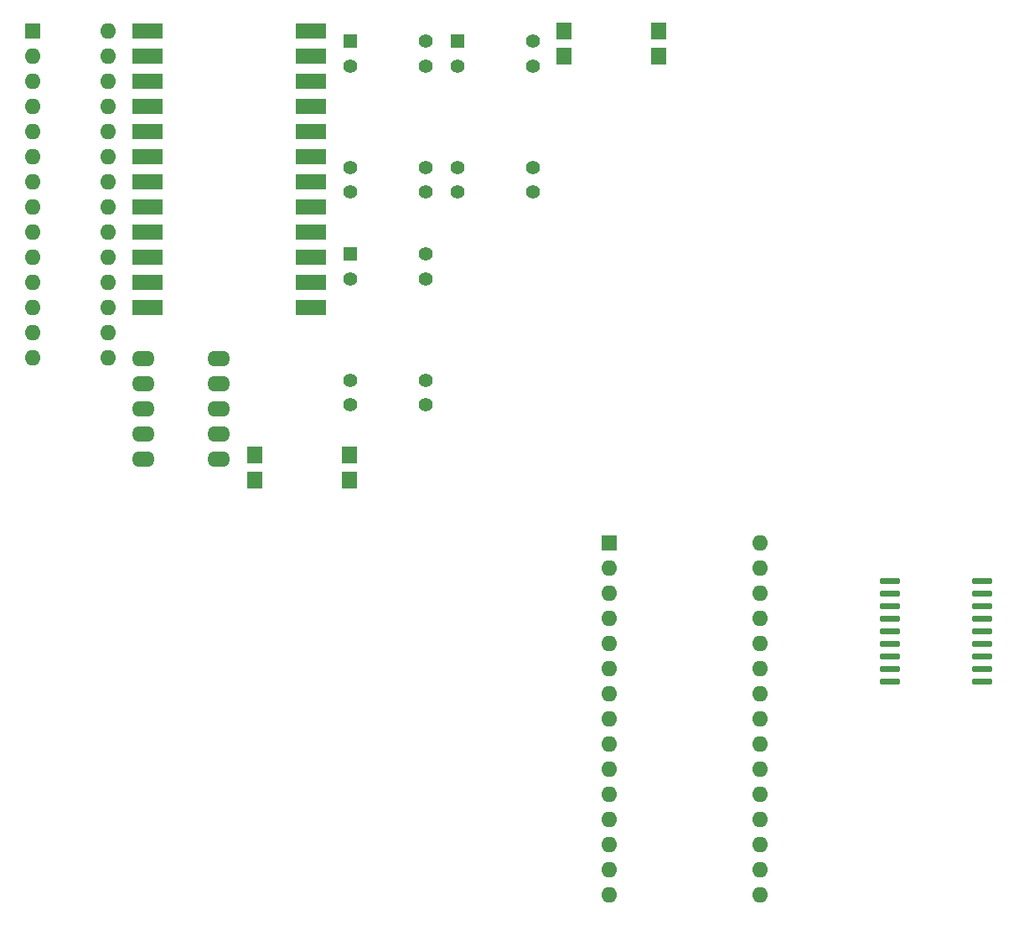
<source format=gbr>
%TF.GenerationSoftware,KiCad,Pcbnew,5.1.9-73d0e3b20d~88~ubuntu20.04.1*%
%TF.CreationDate,2021-03-12T19:43:36+02:00*%
%TF.ProjectId,hymRC,68796d52-432e-46b6-9963-61645f706362,rev?*%
%TF.SameCoordinates,Original*%
%TF.FileFunction,Soldermask,Top*%
%TF.FilePolarity,Negative*%
%FSLAX46Y46*%
G04 Gerber Fmt 4.6, Leading zero omitted, Abs format (unit mm)*
G04 Created by KiCad (PCBNEW 5.1.9-73d0e3b20d~88~ubuntu20.04.1) date 2021-03-12 19:43:36*
%MOMM*%
%LPD*%
G01*
G04 APERTURE LIST*
%ADD10R,3.100000X1.600000*%
%ADD11R,1.500000X1.780000*%
%ADD12O,1.600000X1.600000*%
%ADD13R,1.600000X1.600000*%
%ADD14O,2.300000X1.600000*%
%ADD15C,1.400000*%
%ADD16R,1.400000X1.400000*%
G04 APERTURE END LIST*
D10*
%TO.C,U6*%
X95550001Y-49865001D03*
X79040001Y-77805001D03*
X95550001Y-52405001D03*
X79040001Y-75265001D03*
X95550001Y-54945001D03*
X79040001Y-72725001D03*
X95550001Y-57485001D03*
X79040001Y-70185001D03*
X95550001Y-60025001D03*
X79040001Y-67645001D03*
X95550001Y-62565001D03*
X79040001Y-65105001D03*
X95550001Y-65105001D03*
X79040001Y-62565001D03*
X95550001Y-67645001D03*
X79040001Y-60025001D03*
X95550001Y-70185001D03*
X79040001Y-57485001D03*
X95550001Y-72725001D03*
X79040001Y-54945001D03*
X95550001Y-75265001D03*
X79040001Y-52405001D03*
X95550001Y-77805001D03*
X79040001Y-49865001D03*
%TD*%
D11*
%TO.C,U4*%
X99460001Y-92715001D03*
X89930001Y-95255001D03*
X99460001Y-95255001D03*
X89930001Y-92715001D03*
%TD*%
%TO.C,U3*%
X130710001Y-49815001D03*
X121180001Y-52355001D03*
X130710001Y-52355001D03*
X121180001Y-49815001D03*
%TD*%
D12*
%TO.C,U2*%
X75065001Y-49835001D03*
X67445001Y-82855001D03*
X75065001Y-52375001D03*
X67445001Y-80315001D03*
X75065001Y-54915001D03*
X67445001Y-77775001D03*
X75065001Y-57455001D03*
X67445001Y-75235001D03*
X75065001Y-59995001D03*
X67445001Y-72695001D03*
X75065001Y-62535001D03*
X67445001Y-70155001D03*
X75065001Y-65075001D03*
X67445001Y-67615001D03*
X75065001Y-67615001D03*
X67445001Y-65075001D03*
X75065001Y-70155001D03*
X67445001Y-62535001D03*
X75065001Y-72695001D03*
X67445001Y-59995001D03*
X75065001Y-75235001D03*
X67445001Y-57455001D03*
X75065001Y-77775001D03*
X67445001Y-54915001D03*
X75065001Y-80315001D03*
X67445001Y-52375001D03*
X75065001Y-82855001D03*
D13*
X67445001Y-49835001D03*
%TD*%
%TO.C,U1*%
G36*
G01*
X155125000Y-115420000D02*
X155125000Y-115720000D01*
G75*
G02*
X154975000Y-115870000I-150000J0D01*
G01*
X153225000Y-115870000D01*
G75*
G02*
X153075000Y-115720000I0J150000D01*
G01*
X153075000Y-115420000D01*
G75*
G02*
X153225000Y-115270000I150000J0D01*
G01*
X154975000Y-115270000D01*
G75*
G02*
X155125000Y-115420000I0J-150000D01*
G01*
G37*
G36*
G01*
X155125000Y-114150000D02*
X155125000Y-114450000D01*
G75*
G02*
X154975000Y-114600000I-150000J0D01*
G01*
X153225000Y-114600000D01*
G75*
G02*
X153075000Y-114450000I0J150000D01*
G01*
X153075000Y-114150000D01*
G75*
G02*
X153225000Y-114000000I150000J0D01*
G01*
X154975000Y-114000000D01*
G75*
G02*
X155125000Y-114150000I0J-150000D01*
G01*
G37*
G36*
G01*
X155125000Y-112880000D02*
X155125000Y-113180000D01*
G75*
G02*
X154975000Y-113330000I-150000J0D01*
G01*
X153225000Y-113330000D01*
G75*
G02*
X153075000Y-113180000I0J150000D01*
G01*
X153075000Y-112880000D01*
G75*
G02*
X153225000Y-112730000I150000J0D01*
G01*
X154975000Y-112730000D01*
G75*
G02*
X155125000Y-112880000I0J-150000D01*
G01*
G37*
G36*
G01*
X155125000Y-111610000D02*
X155125000Y-111910000D01*
G75*
G02*
X154975000Y-112060000I-150000J0D01*
G01*
X153225000Y-112060000D01*
G75*
G02*
X153075000Y-111910000I0J150000D01*
G01*
X153075000Y-111610000D01*
G75*
G02*
X153225000Y-111460000I150000J0D01*
G01*
X154975000Y-111460000D01*
G75*
G02*
X155125000Y-111610000I0J-150000D01*
G01*
G37*
G36*
G01*
X155125000Y-110340000D02*
X155125000Y-110640000D01*
G75*
G02*
X154975000Y-110790000I-150000J0D01*
G01*
X153225000Y-110790000D01*
G75*
G02*
X153075000Y-110640000I0J150000D01*
G01*
X153075000Y-110340000D01*
G75*
G02*
X153225000Y-110190000I150000J0D01*
G01*
X154975000Y-110190000D01*
G75*
G02*
X155125000Y-110340000I0J-150000D01*
G01*
G37*
G36*
G01*
X155125000Y-109070000D02*
X155125000Y-109370000D01*
G75*
G02*
X154975000Y-109520000I-150000J0D01*
G01*
X153225000Y-109520000D01*
G75*
G02*
X153075000Y-109370000I0J150000D01*
G01*
X153075000Y-109070000D01*
G75*
G02*
X153225000Y-108920000I150000J0D01*
G01*
X154975000Y-108920000D01*
G75*
G02*
X155125000Y-109070000I0J-150000D01*
G01*
G37*
G36*
G01*
X155125000Y-107800000D02*
X155125000Y-108100000D01*
G75*
G02*
X154975000Y-108250000I-150000J0D01*
G01*
X153225000Y-108250000D01*
G75*
G02*
X153075000Y-108100000I0J150000D01*
G01*
X153075000Y-107800000D01*
G75*
G02*
X153225000Y-107650000I150000J0D01*
G01*
X154975000Y-107650000D01*
G75*
G02*
X155125000Y-107800000I0J-150000D01*
G01*
G37*
G36*
G01*
X155125000Y-106530000D02*
X155125000Y-106830000D01*
G75*
G02*
X154975000Y-106980000I-150000J0D01*
G01*
X153225000Y-106980000D01*
G75*
G02*
X153075000Y-106830000I0J150000D01*
G01*
X153075000Y-106530000D01*
G75*
G02*
X153225000Y-106380000I150000J0D01*
G01*
X154975000Y-106380000D01*
G75*
G02*
X155125000Y-106530000I0J-150000D01*
G01*
G37*
G36*
G01*
X155125000Y-105260000D02*
X155125000Y-105560000D01*
G75*
G02*
X154975000Y-105710000I-150000J0D01*
G01*
X153225000Y-105710000D01*
G75*
G02*
X153075000Y-105560000I0J150000D01*
G01*
X153075000Y-105260000D01*
G75*
G02*
X153225000Y-105110000I150000J0D01*
G01*
X154975000Y-105110000D01*
G75*
G02*
X155125000Y-105260000I0J-150000D01*
G01*
G37*
G36*
G01*
X164425000Y-105260000D02*
X164425000Y-105560000D01*
G75*
G02*
X164275000Y-105710000I-150000J0D01*
G01*
X162525000Y-105710000D01*
G75*
G02*
X162375000Y-105560000I0J150000D01*
G01*
X162375000Y-105260000D01*
G75*
G02*
X162525000Y-105110000I150000J0D01*
G01*
X164275000Y-105110000D01*
G75*
G02*
X164425000Y-105260000I0J-150000D01*
G01*
G37*
G36*
G01*
X164425000Y-106530000D02*
X164425000Y-106830000D01*
G75*
G02*
X164275000Y-106980000I-150000J0D01*
G01*
X162525000Y-106980000D01*
G75*
G02*
X162375000Y-106830000I0J150000D01*
G01*
X162375000Y-106530000D01*
G75*
G02*
X162525000Y-106380000I150000J0D01*
G01*
X164275000Y-106380000D01*
G75*
G02*
X164425000Y-106530000I0J-150000D01*
G01*
G37*
G36*
G01*
X164425000Y-107800000D02*
X164425000Y-108100000D01*
G75*
G02*
X164275000Y-108250000I-150000J0D01*
G01*
X162525000Y-108250000D01*
G75*
G02*
X162375000Y-108100000I0J150000D01*
G01*
X162375000Y-107800000D01*
G75*
G02*
X162525000Y-107650000I150000J0D01*
G01*
X164275000Y-107650000D01*
G75*
G02*
X164425000Y-107800000I0J-150000D01*
G01*
G37*
G36*
G01*
X164425000Y-109070000D02*
X164425000Y-109370000D01*
G75*
G02*
X164275000Y-109520000I-150000J0D01*
G01*
X162525000Y-109520000D01*
G75*
G02*
X162375000Y-109370000I0J150000D01*
G01*
X162375000Y-109070000D01*
G75*
G02*
X162525000Y-108920000I150000J0D01*
G01*
X164275000Y-108920000D01*
G75*
G02*
X164425000Y-109070000I0J-150000D01*
G01*
G37*
G36*
G01*
X164425000Y-110340000D02*
X164425000Y-110640000D01*
G75*
G02*
X164275000Y-110790000I-150000J0D01*
G01*
X162525000Y-110790000D01*
G75*
G02*
X162375000Y-110640000I0J150000D01*
G01*
X162375000Y-110340000D01*
G75*
G02*
X162525000Y-110190000I150000J0D01*
G01*
X164275000Y-110190000D01*
G75*
G02*
X164425000Y-110340000I0J-150000D01*
G01*
G37*
G36*
G01*
X164425000Y-111610000D02*
X164425000Y-111910000D01*
G75*
G02*
X164275000Y-112060000I-150000J0D01*
G01*
X162525000Y-112060000D01*
G75*
G02*
X162375000Y-111910000I0J150000D01*
G01*
X162375000Y-111610000D01*
G75*
G02*
X162525000Y-111460000I150000J0D01*
G01*
X164275000Y-111460000D01*
G75*
G02*
X164425000Y-111610000I0J-150000D01*
G01*
G37*
G36*
G01*
X164425000Y-112880000D02*
X164425000Y-113180000D01*
G75*
G02*
X164275000Y-113330000I-150000J0D01*
G01*
X162525000Y-113330000D01*
G75*
G02*
X162375000Y-113180000I0J150000D01*
G01*
X162375000Y-112880000D01*
G75*
G02*
X162525000Y-112730000I150000J0D01*
G01*
X164275000Y-112730000D01*
G75*
G02*
X164425000Y-112880000I0J-150000D01*
G01*
G37*
G36*
G01*
X164425000Y-114150000D02*
X164425000Y-114450000D01*
G75*
G02*
X164275000Y-114600000I-150000J0D01*
G01*
X162525000Y-114600000D01*
G75*
G02*
X162375000Y-114450000I0J150000D01*
G01*
X162375000Y-114150000D01*
G75*
G02*
X162525000Y-114000000I150000J0D01*
G01*
X164275000Y-114000000D01*
G75*
G02*
X164425000Y-114150000I0J-150000D01*
G01*
G37*
G36*
G01*
X164425000Y-115420000D02*
X164425000Y-115720000D01*
G75*
G02*
X164275000Y-115870000I-150000J0D01*
G01*
X162525000Y-115870000D01*
G75*
G02*
X162375000Y-115720000I0J150000D01*
G01*
X162375000Y-115420000D01*
G75*
G02*
X162525000Y-115270000I150000J0D01*
G01*
X164275000Y-115270000D01*
G75*
G02*
X164425000Y-115420000I0J-150000D01*
G01*
G37*
%TD*%
D14*
%TO.C,K4*%
X86315001Y-82985001D03*
X86315001Y-85525001D03*
X86315001Y-88065001D03*
X86315001Y-90605001D03*
X86315001Y-93145001D03*
X78695001Y-93145001D03*
X78695001Y-90605001D03*
X78695001Y-88065001D03*
X78695001Y-85525001D03*
X78695001Y-82985001D03*
%TD*%
D15*
%TO.C,K3*%
X107165001Y-72335001D03*
X99545001Y-87575001D03*
X107165001Y-87575001D03*
D16*
X99545001Y-72335001D03*
D15*
X99545001Y-74875001D03*
X99545001Y-85135001D03*
X107165001Y-85135001D03*
X107165001Y-74875001D03*
%TD*%
%TO.C,K2*%
X118015001Y-50885001D03*
X110395001Y-66125001D03*
X118015001Y-66125001D03*
D16*
X110395001Y-50885001D03*
D15*
X110395001Y-53425001D03*
X110395001Y-63685001D03*
X118015001Y-63685001D03*
X118015001Y-53425001D03*
%TD*%
%TO.C,K1*%
X107165001Y-50885001D03*
X99545001Y-66125001D03*
X107165001Y-66125001D03*
D16*
X99545001Y-50885001D03*
D15*
X99545001Y-53425001D03*
X99545001Y-63685001D03*
X107165001Y-63685001D03*
X107165001Y-53425001D03*
%TD*%
D12*
%TO.C,A1*%
X140970000Y-137160000D03*
X125730000Y-137160000D03*
X140970000Y-101600000D03*
X125730000Y-134620000D03*
X140970000Y-104140000D03*
X125730000Y-132080000D03*
X140970000Y-106680000D03*
X125730000Y-129540000D03*
X140970000Y-109220000D03*
X125730000Y-127000000D03*
X140970000Y-111760000D03*
X125730000Y-124460000D03*
X140970000Y-114300000D03*
X125730000Y-121920000D03*
X140970000Y-116840000D03*
X125730000Y-119380000D03*
X140970000Y-119380000D03*
X125730000Y-116840000D03*
X140970000Y-121920000D03*
X125730000Y-114300000D03*
X140970000Y-124460000D03*
X125730000Y-111760000D03*
X140970000Y-127000000D03*
X125730000Y-109220000D03*
X140970000Y-129540000D03*
X125730000Y-106680000D03*
X140970000Y-132080000D03*
X125730000Y-104140000D03*
X140970000Y-134620000D03*
D13*
X125730000Y-101600000D03*
%TD*%
M02*

</source>
